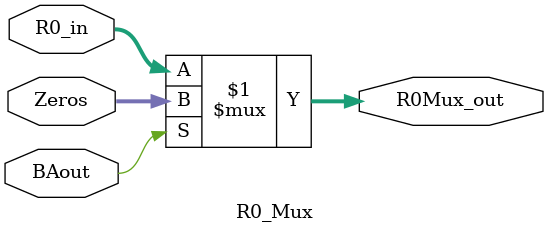
<source format=v>
module R0_Mux (input BAout, input [31:0] Zeros, R0_in, output [31:0] R0Mux_out);

assign R0Mux_out = BAout ? Zeros: R0_in;

endmodule
</source>
